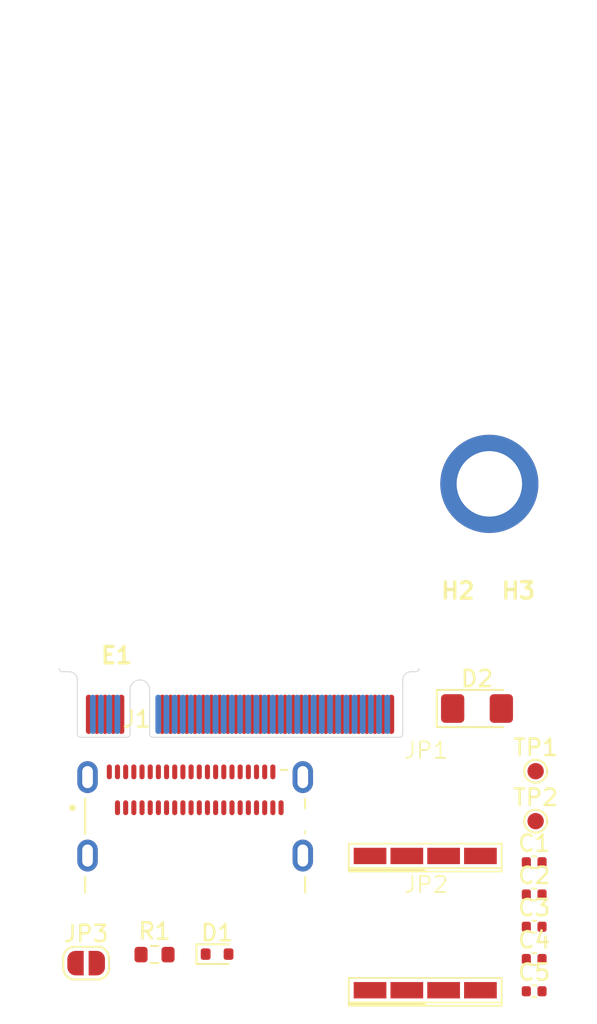
<source format=kicad_pcb>
(kicad_pcb (version 20240108) (generator "pcbnew") (generator_version "8.0")
  (layers (0 "F.Cu" signal) (31 "B.Cu" signal) (34 "B.Paste" user) (35 "F.Paste" user) (36 "B.SilkS" user "B.Silkscreen") (37 "F.SilkS" user "F.Silkscreen") (38 "B.Mask" user) (39 "F.Mask" user) (44 "Edge.Cuts" user))
  (net 0 "")
  (net 1 "+3.3V")
  (net 2 "GND")
  (net 3 "3.3V_OPT")
  (net 4 "/CLKREQ_EXT")
  (net 5 "CLKREQ")
  (net 6 "Net-(D2-A)")
  (net 8 "TX2+")
  (net 9 "TX3-")
  (net 11 "SMB+")
  (net 12 "TX0+")
  (net 14 "CLOCK+")
  (net 16 "RX1+")
  (net 17 "RX2+")
  (net 19 "SMB-")
  (net 26 "TX1-")
  (net 29 "TX2-")
  (net 31 "RX3+")
  (net 33 "PERST")
  (net 34 "RX3-")
  (net 35 "CLOCK-")
  (net 36 "RX0+")
  (net 37 "TX3+")
  (net 39 "TX0-")
  (net 40 "RX0-")
  (net 41 "PEWAKE")
  (net 43 "PEDET")
  (net 45 "RX1-")
  (net 48 "RX2-")
  (net 49 "TX1+")
  (net 53 "/PEWAKE_EXT")
  (net 54 "/PEDET_EXT")
  (footprint "Capacitor_SMD:C_0402_1005Metric" (layer "F.Cu") (at 145.72 114.02)
    (property "Reference" "C1" (at 0 -1.16 0) (layer "F.SilkS"))
    (property "Value" "100n")
    (fp_line (start -0.107836 -0.36) (end 0.107836 -0.36) (stroke (width 0.12)) (layer "F.SilkS"))
    (fp_line (start -0.107836 0.36) (end 0.107836 0.36) (stroke (width 0.12)) (layer "F.SilkS"))
    (pad "1" smd roundrect (at -0.48 0) (size 0.56 0.62) (layers "F.Cu" "F.Paste" "F.Mask") (net 1 "+3.3V"))
    (pad "2" smd roundrect (at 0.48 0) (size 0.56 0.62) (layers "F.Cu" "F.Paste" "F.Mask") (net 2 "GND"))
  )
  (footprint "LED_SMD:LED_1206_3216Metric_Pad1.42x1.75mm_HandSolder" (layer "F.Cu") (at 142.225 104.63)
    (property "Reference" "D2" (at 0 -1.82 0) (layer "F.SilkS"))
    (property "Value" "Power LED")
    (fp_line (start -2.46 -1.135) (end -2.46 1.135) (stroke (width 0.12)) (layer "F.SilkS"))
    (fp_line (start -2.46 1.135) (end 1.6 1.135) (stroke (width 0.12)) (layer "F.SilkS"))
    (fp_line (start 1.6 -1.135) (end -2.46 -1.135) (stroke (width 0.12)) (layer "F.SilkS"))
    (pad "1" smd roundrect (at -1.4875 0) (size 1.425 1.75) (layers "F.Cu" "F.Paste" "F.Mask") (roundrect_rratio 0.175439) (net 2 "GND"))
    (pad "2" smd roundrect (at 1.4875 0) (size 1.425 1.75) (layers "F.Cu" "F.Paste" "F.Mask") (roundrect_rratio 0.175439) (net 6 "Net-(D2-A)"))
  )
  (footprint "TestPoint:TestPoint_Pad_D1.0mm" (layer "F.Cu") (at 145.81 111.51)
    (property "Reference" "TP2" (at 0 -1.448 0) (layer "F.SilkS"))
    (property "Value" "TP_GND_2")
    (fp_circle (center 0 0) (end 0 0.7) (stroke (width 0.12)) (fill none) (layer "F.SilkS"))
    (pad "1" smd circle (at 0 0) (size 1 1) (layers "F.Cu" "F.Mask") (net 2 "GND"))
  )
  (footprint "custom_edge_connector:secondary_mounting_hole" (layer "F.Cu") (at 141.055 95.435)
    (property "Reference" "H2" (at 0 2 0) (layer "F.SilkS") (effects (font (thickness 0.2) (bold yes))))
    (property "Value" "MOUNT_1" (hide yes))
    (pad "" np_thru_hole circle (at 0 5) (size 2.7 2.7) (drill oval 2.7 4) (layers "F&B.Cu" "*.Mask"))
  )
  (footprint "Capacitor_SMD:C_0402_1005Metric" (layer "F.Cu") (at 145.72 117.96)
    (property "Reference" "C3" (at 0 -1.16 0) (layer "F.SilkS"))
    (property "Value" "100n")
    (fp_line (start -0.107836 -0.36) (end 0.107836 -0.36) (stroke (width 0.12)) (layer "F.SilkS"))
    (fp_line (start -0.107836 0.36) (end 0.107836 0.36) (stroke (width 0.12)) (layer "F.SilkS"))
    (pad "1" smd roundrect (at -0.48 0) (size 0.56 0.62) (layers "F.Cu" "F.Paste" "F.Mask") (net 1 "+3.3V"))
    (pad "2" smd roundrect (at 0.48 0) (size 0.56 0.62) (layers "F.Cu" "F.Paste" "F.Mask") (net 2 "GND"))
  )
  (footprint "custom_edge_connector:m2_m_key" (layer "F.Cu") (at 127.688579 87.885)
    (property "Reference" "E1" (at -7.5 13.5 0) (layer "F.SilkS") (effects (font (thickness 0.2) (bold yes))))
    (property "Value" "~")
    (fp_line (start -10.808579 14.5) (end -10.4 14.5) (stroke (width 0.05)) (layer "Edge.Cuts"))
    (fp_line (start -9.9 15) (end -9.9 18.3) (stroke (width 0.05)) (layer "Edge.Cuts"))
    (fp_line (start -6.875 18.5) (end -9.7 18.5) (stroke (width 0.05)) (layer "Edge.Cuts"))
    (fp_line (start -6.675 15.6) (end -6.675 18.3) (stroke (width 0.05)) (layer "Edge.Cuts"))
    (fp_line (start -5.475 15.6) (end -5.475001 18.300001) (stroke (width 0.05)) (layer "Edge.Cuts"))
    (fp_line (start -5.275001 18.500001) (end 9.8 18.5) (stroke (width 0.05)) (layer "Edge.Cuts"))
    (fp_line (start 10 18.3) (end 10 15) (stroke (width 0.05)) (layer "Edge.Cuts"))
    (fp_line (start 10.5 14.5) (end 10.791238 14.499999) (stroke (width 0.05)) (layer "Edge.Cuts"))
    (fp_arc (start -10.808579 14.5) (mid -10.95 14.441421) (end -11.008579 14.3) (stroke (width 0.05)) (layer "Edge.Cuts"))
    (fp_arc (start -10.4 14.5) (mid -10.046447 14.646447) (end -9.9 15) (stroke (width 0.05)) (layer "Edge.Cuts"))
    (fp_arc (start -9.7 18.5) (mid -9.841421 18.441421) (end -9.9 18.3) (stroke (width 0.05)) (layer "Edge.Cuts"))
    (fp_arc (start -6.675 15.6) (mid -6.499264 15.175736) (end -6.075 15) (stroke (width 0.05)) (layer "Edge.Cuts"))
    (fp_arc (start -6.675 18.3) (mid -6.733579 18.441421) (end -6.875 18.5) (stroke (width 0.05)) (layer "Edge.Cuts"))
    (fp_arc (start -6.075 15) (mid -5.650736 15.175736) (end -5.475 15.6) (stroke (width 0.05)) (layer "Edge.Cuts"))
    (fp_arc (start -5.275001 18.500001) (mid -5.416422 18.441422) (end -5.475001 18.300001) (stroke (width 0.05)) (layer "Edge.Cuts"))
    (fp_arc (start 10 15) (mid 10.146447 14.646447) (end 10.5 14.5) (stroke (width 0.05)) (layer "Edge.Cuts"))
    (fp_arc (start 10 18.3) (mid 9.941421 18.441421) (end 9.8 18.5) (stroke (width 0.05)) (layer "Edge.Cuts"))
    (fp_arc (start 11 14.3) (mid 10.938302 14.444558) (end 10.791238 14.499999) (stroke (width 0.05)) (layer "Edge.Cuts"))
    (pad "1" smd oval (at 9.3 17.1) (size 0.35 2.4) (layers "F.Cu") (net 2 "GND"))
    (pad "2" smd oval (at 9.05 17.1) (size 0.35 2.4) (layers "B.Cu") (net 1 "+3.3V"))
    (pad "3" smd oval (at 8.8 17.1) (size 0.35 2.4) (layers "F.Cu") (net 2 "GND"))
    (pad "4" smd oval (at 8.55 17.1) (size 0.35 2.4) (layers "B.Cu") (net 1 "+3.3V"))
    (pad "5" smd oval (at 8.3 17.1) (size 0.35 2.4) (layers "F.Cu") (net 34 "RX3-"))
    (pad "6" smd oval (at 8.05 17.1) (size 0.35 2.4) (layers "B.Cu"))
    (pad "7" smd oval (at 7.8 17.1) (size 0.35 2.4) (layers "F.Cu") (net 31 "RX3+"))
    (pad "8" smd oval (at 7.55 17.1) (size 0.35 2.4) (layers "B.Cu"))
    (pad "9" smd oval (at 7.3 17.1) (size 0.35 2.4) (layers "F.Cu") (net 2 "GND"))
    (pad "10" smd oval (at 7.05 17.1) (size 0.35 2.4) (layers "B.Cu"))
    (pad "11" smd oval (at 6.8 17.1) (size 0.35 2.4) (layers "F.Cu") (net 9 "TX3-"))
    (pad "12" smd oval (at 6.55 17.1) (size 0.35 2.4) (layers "B.Cu") (net 1 "+3.3V"))
    (pad "13" smd oval (at 6.3 17.1) (size 0.35 2.4) (layers "F.Cu") (net 37 "TX3+"))
    (pad "14" smd oval (at 6.05 17.1) (size 0.35 2.4) (layers "B.Cu") (net 1 "+3.3V"))
    (pad "15" smd oval (at 5.8 17.1) (size 0.35 2.4) (layers "F.Cu") (net 2 "GND"))
    (pad "16" smd oval (at 5.55 17.1) (size 0.35 2.4) (layers "B.Cu") (net 1 "+3.3V"))
    (pad "17" smd oval (at 5.3 17.1) (size 0.35 2.4) (layers "F.Cu") (net 48 "RX2-"))
    (pad "18" smd oval (at 5.05 17.1) (size 0.35 2.4) (layers "B.Cu") (net 1 "+3.3V"))
    (pad "19" smd oval (at 4.8 17.1) (size 0.35 2.4) (layers "F.Cu") (net 17 "RX2+"))
    (pad "20" smd oval (at 4.55 17.1) (size 0.35 2.4) (layers "B.Cu"))
    (pad "21" smd oval (at 4.3 17.1) (size 0.35 2.4) (layers "F.Cu") (net 2 "GND"))
    (pad "22" smd oval (at 4.05 17.1) (size 0.35 2.4) (layers "B.Cu"))
    (pad "23" smd oval (at 3.8 17.1) (size 0.35 2.4) (layers "F.Cu") (net 29 "TX2-"))
    (pad "24" smd oval (at 3.55 17.1) (size 0.35 2.4) (layers "B.Cu"))
    (pad "25" smd oval (at 3.3 17.1) (size 0.35 2.4) (layers "F.Cu") (net 8 "TX2+"))
    (pad "26" smd oval (at 3.05 17.1) (size 0.35 2.4) (layers "B.Cu"))
    (pad "27" smd oval (at 2.8 17.1) (size 0.35 2.4) (layers "F.Cu") (net 2 "GND"))
    (pad "28" smd oval (at 2.55 17.1) (size 0.35 2.4) (layers "B.Cu"))
    (pad "29" smd oval (at 2.3 17.1) (size 0.35 2.4) (layers "F.Cu") (net 45 "RX1-"))
    (pad "30" smd oval (at 2.05 17.1) (size 0.35 2.4) (layers "B.Cu"))
    (pad "31" smd oval (at 1.8 17.1) (size 0.35 2.4) (layers "F.Cu") (net 16 "RX1+"))
    (pad "32" smd oval (at 1.55 17.1) (size 0.35 2.4) (layers "B.Cu"))
    (pad "33" smd oval (at 1.3 17.1) (size 0.35 2.4) (layers "F.Cu") (net 2 "GND"))
    (pad "34" smd oval (at 1.05 17.1) (size 0.35 2.4) (layers "B.Cu"))
    (pad "35" smd oval (at 0.8 17.1) (size 0.35 2.4) (layers "F.Cu") (net 26 "TX1-"))
    (pad "36" smd oval (at 0.55 17.1) (size 0.35 2.4) (layers "B.Cu"))
    (pad "37" smd oval (at 0.3 17.1) (size 0.35 2.4) (layers "F.Cu") (net 49 "TX1+"))
    (pad "38" smd oval (at 0.05 17.1) (size 0.35 2.4) (layers "B.Cu"))
    (pad "39" smd oval (at -0.2 17.1) (size 0.35 2.4) (layers "F.Cu") (net 2 "GND"))
    (pad "40" smd oval (at -0.45 17.1) (size 0.35 2.4) (layers "B.Cu") (net 19 "SMB-"))
    (pad "41" smd oval (at -0.7 17.1) (size 0.35 2.4) (layers "F.Cu") (net 40 "RX0-"))
    (pad "42" smd oval (at -0.95 17.1) (size 0.35 2.4) (layers "B.Cu") (net 11 "SMB+"))
    (pad "43" smd oval (at -1.2 17.1) (size 0.35 2.4) (layers "F.Cu") (net 36 "RX0+"))
    (pad "44" smd oval (at -1.45 17.1) (size 0.35 2.4) (layers "B.Cu"))
    (pad "45" smd oval (at -1.7 17.1) (size 0.35 2.4) (layers "F.Cu") (net 2 "GND"))
    (pad "46" smd oval (at -1.95 17.1) (size 0.35 2.4) (layers "B.Cu"))
    (pad "47" smd oval (at -2.2 17.1) (size 0.35 2.4) (layers "F.Cu") (net 39 "TX0-"))
    (pad "48" smd oval (at -2.45 17.1) (size 0.35 2.4) (layers "B.Cu"))
    (pad "49" smd oval (at -2.7 17.1) (size 0.35 2.4) (layers "F.Cu") (net 12 "TX0+"))
    (pad "50" smd oval (at -2.95 17.1) (size 0.35 2.4) (layers "B.Cu") (net 33 "PERST"))
    (pad "51" smd oval (at -3.2 17.1) (size 0.35 2.4) (layers "F.Cu") (net 2 "GND"))
    (pad "52" smd oval (at -3.45 17.1) (size 0.35 2.4) (layers "B.Cu") (net 5 "CLKREQ"))
    (pad "53" smd oval (at -3.7 17.1) (size 0.35 2.4) (layers "F.Cu") (net 35 "CLOCK-"))
    (pad "54" smd oval (at -3.95 17.1) (size 0.35 2.4) (layers "B.Cu") (net 41 "PEWAKE"))
    (pad "55" smd oval (at -4.2 17.1) (size 0.35 2.4) (layers "F.Cu") (net 14 "CLOCK+"))
    (pad "56" smd oval (at -4.45 17.1) (size 0.35 2.4) (layers "B.Cu"))
    (pad "57" smd oval (at -4.7 17.1) (size 0.35 2.4) (layers "F.Cu") (net 2 "GND"))
    (pad "58" smd oval (at -4.95 17.1) (size 0.35 2.4) (layers "B.Cu"))
    (pad "67" smd oval (at -7.2 17.1) (size 0.35 2.4) (layers "F.Cu"))
    (pad "68" smd oval (at -7.45 17.1) (size 0.35 2.4) (layers "B.Cu"))
    (pad "69" smd oval (at -7.7 17.1) (size 0.35 2.4) (layers "F.Cu") (net 43 "PEDET"))
    (pad "70" smd oval (at -7.95 17.1) (size 0.35 2.4) (layers "B.Cu") (net 1 "+3.3V"))
    (pad "71" smd oval (at -8.2 17.1) (size 0.35 2.4) (layers "F.Cu") (net 2 "GND"))
    (pad "72" smd oval (at -8.45 17.1) (size 0.35 2.4) (layers "B.Cu") (net 1 "+3.3V"))
    (pad "73" smd oval (at -8.7 17.1) (size 0.35 2.4) (layers "F.Cu") (net 2 "GND"))
    (pad "74" smd oval (at -8.95 17.1) (size 0.35 2.4) (layers "B.Cu") (net 1 "+3.3V"))
    (pad "75" smd oval (at -9.2 17.1) (size 0.35 2.4) (layers "F.Cu") (net 2 "GND"))
  )
  (footprint "Capacitor_SMD:C_0402_1005Metric" (layer "F.Cu") (at 145.72 115.99)
    (property "Reference" "C2" (at 0 -1.16 0) (layer "F.SilkS"))
    (property "Value" "100n")
    (fp_line (start -0.107836 -0.36) (end 0.107836 -0.36) (stroke (width 0.12)) (layer "F.SilkS"))
    (fp_line (start -0.107836 0.36) (end 0.107836 0.36) (stroke (width 0.12)) (layer "F.SilkS"))
    (pad "1" smd roundrect (at -0.48 0) (size 0.56 0.62) (layers "F.Cu" "F.Paste" "F.Mask") (net 1 "+3.3V"))
    (pad "2" smd roundrect (at 0.48 0) (size 0.56 0.62) (layers "F.Cu" "F.Paste" "F.Mask") (net 2 "GND"))
  )
  (footprint "amphenol_oculink:AMPHENOL_G14A42121B12HR" (layer "F.Cu") (at 124.995 111.41)
    (property "Reference" "J1" (at -3.575 -6.135 0) (layer "F.SilkS"))
    (property "Value" "G14A42121B12HR")
    (fp_line (start -6.725 0.88) (end -6.725 -1.26) (stroke (width 0.127)) (layer "F.SilkS"))
    (fp_line (start -6.725 4.46) (end -6.725 3.52) (stroke (width 0.127)) (layer "F.SilkS"))
    (fp_line (start 5.225 -3.03) (end 5.625 -3.03) (stroke (width 0.127)) (layer "F.SilkS"))
    (fp_line (start 6.725 -0.695) (end 6.725 -1.26) (stroke (width 0.127)) (layer "F.SilkS"))
    (fp_line (start 6.725 0.725) (end 6.725 0.845) (stroke (width 0.127)) (layer "F.SilkS"))
    (fp_line (start 6.725 4.46) (end 6.725 3.52) (stroke (width 0.127)) (layer "F.SilkS"))
    (fp_circle (center -7.5 -0.72) (end -7.4 -0.72) (stroke (width 0.2)) (fill none) (layer "F.SilkS"))
    (pad "" np_thru_hole circle (at -5.41 0) (size 1 1) (drill 1) (layers "*.Cu" "*.Mask"))
    (pad "" np_thru_hole circle (at 5.94 0) (size 1 1) (drill 1) (layers "*.Cu" "*.Mask"))
    (pad "A1" smd oval (at -4.75 -0.72) (size 0.31 0.91) (layers "F.Cu" "F.Paste"))
    (pad "A2" smd oval (at -4.25 -0.72) (size 0.31 0.91) (layers "F.Cu" "F.Paste") (net 2 "GND"))
    (pad "A3" smd oval (at -3.75 -0.72) (size 0.31 0.91) (layers "F.Cu" "F.Paste") (net 36 "RX0+"))
    (pad "A4" smd oval (at -3.25 -0.72) (size 0.31 0.91) (layers "F.Cu" "F.Paste") (net 40 "RX0-"))
    (pad "A5" smd oval (at -2.75 -0.72) (size 0.31 0.91) (layers "F.Cu" "F.Paste") (net 2 "GND"))
    (pad "A6" smd oval (at -2.25 -0.72) (size 0.31 0.91) (layers "F.Cu" "F.Paste") (net 16 "RX1+"))
    (pad "A7" smd oval (at -1.75 -0.72) (size 0.31 0.91) (layers "F.Cu" "F.Paste") (net 45 "RX1-"))
    (pad "A8" smd oval (at -1.25 -0.72) (size 0.31 0.91) (layers "F.Cu" "F.Paste") (net 2 "GND"))
    (pad "A9" smd oval (at -0.75 -0.72) (size 0.31 0.91) (layers "F.Cu" "F.Paste") (net 54 "/PEDET_EXT"))
    (pad "A10" smd oval (at -0.25 -0.72) (size 0.31 0.91) (layers "F.Cu" "F.Paste") (net 53 "/PEWAKE_EXT"))
    (pad "A11" smd oval (at 0.25 -0.72) (size 0.31 0.91) (layers "F.Cu" "F.Paste") (net 2 "GND"))
    (pad "A12" smd oval (at 0.75 -0.72) (size 0.31 0.91) (layers "F.Cu" "F.Paste") (net 14 "CLOCK+"))
    (pad "A13" smd oval (at 1.25 -0.72) (size 0.31 0.91) (layers "F.Cu" "F.Paste") (net 35 "CLOCK-"))
    (pad "A14" smd oval (at 1.75 -0.72) (size 0.31 0.91) (layers "F.Cu" "F.Paste") (net 2 "GND"))
    (pad "A15" smd oval (at 2.25 -0.72) (size 0.31 0.91) (layers "F.Cu" "F.Paste") (net 17 "RX2+"))
    (pad "A16" smd oval (at 2.75 -0.72) (size 0.31 0.91) (layers "F.Cu" "F.Paste") (net 48 "RX2-"))
    (pad "A17" smd oval (at 3.25 -0.72) (size 0.31 0.91) (layers "F.Cu" "F.Paste") (net 2 "GND"))
    (pad "A18" smd oval (at 3.75 -0.72) (size 0.31 0.91) (layers "F.Cu" "F.Paste") (net 31 "RX3+"))
    (pad "A19" smd oval (at 4.25 -0.72) (size 0.31 0.91) (layers "F.Cu" "F.Paste") (net 34 "RX3-"))
    (pad "A20" smd oval (at 4.75 -0.72) (size 0.31 0.91) (layers "F.Cu" "F.Paste") (net 2 "GND"))
    (pad "A21" smd oval (at 5.25 -0.72) (size 0.31 0.91) (layers "F.Cu" "F.Paste"))
    (pad "B1" smd oval (at -5.25 -2.91) (size 0.31 0.91) (layers "F.Cu" "F.Paste"))
    (pad "B2" smd oval (at -4.75 -2.91) (size 0.31 0.91) (layers "F.Cu" "F.Paste") (net 2 "GND"))
    (pad "B3" smd oval (at -4.25 -2.91) (size 0.31 0.91) (layers "F.Cu" "F.Paste") (net 12 "TX0+"))
    (pad "B4" smd oval (at -3.75 -2.91) (size 0.31 0.91) (layers "F.Cu" "F.Paste") (net 39 "TX0-"))
    (pad "B5" smd oval (at -3.25 -2.91) (size 0.31 0.91) (layers "F.Cu" "F.Paste") (net 2 "GND"))
    (pad "B6" smd oval (at -2.75 -2.91) (size 0.31 0.91) (layers "F.Cu" "F.Paste") (net 49 "TX1+"))
    (pad "B7" smd oval (at -2.25 -2.91) (size 0.31 0.91) (layers "F.Cu" "F.Paste") (net 26 "TX1-"))
    (pad "B8" smd oval (at -1.75 -2.91) (size 0.31 0.91) (layers "F.Cu" "F.Paste") (net 2 "GND"))
    (pad "B9" smd oval (at -1.25 -2.91) (size 0.31 0.91) (layers "F.Cu" "F.Paste") (net 19 "SMB-"))
    (pad "B10" smd oval (at -0.75 -2.91) (size 0.31 0.91) (layers "F.Cu" "F.Paste") (net 11 "SMB+"))
    (pad "B11" smd oval (at -0.25 -2.91) (size 0.31 0.91) (layers "F.Cu" "F.Paste") (net 2 "GND"))
    (pad "B12" smd oval (at 0.25 -2.91) (size 0.31 0.91) (layers "F.Cu" "F.Paste") (net 33 "PERST"))
    (pad "B13" smd oval (at 0.75 -2.91) (size 0.31 0.91) (layers "F.Cu" "F.Paste") (net 4 "/CLKREQ_EXT"))
    (pad "B14" smd oval (at 1.25 -2.91) (size 0.31 0.91) (layers "F.Cu" "F.Paste") (net 2 "GND"))
    (pad "B15" smd oval (at 1.75 -2.91) (size 0.31 0.91) (layers "F.Cu" "F.Paste") (net 8 "TX2+"))
    (pad "B16" smd oval (at 2.25 -2.91) (size 0.31 0.91) (layers "F.Cu" "F.Paste") (net 29 "TX2-"))
    (pad "B17" smd oval (at 2.75 -2.91) (size 0.31 0.91) (layers "F.Cu" "F.Paste") (net 2 "GND"))
    (pad "B18" smd oval (at 3.25 -2.91) (size 0.31 0.91) (layers "F.Cu" "F.Paste") (net 37 "TX3+"))
    (pad "B19" smd oval (at 3.75 -2.91) (size 0.31 0.91) (layers "F.Cu" "F.Paste") (net 9 "TX3-"))
    (pad "B20" smd oval (at 4.25 -2.91) (size 0.31 0.91) (layers "F.Cu" "F.Paste") (net 2 "GND"))
    (pad "B21" smd oval (at 4.75 -2.91) (size 0.31 0.91) (layers "F.Cu" "F.Paste") (net 3 "3.3V_OPT"))
    (pad "SH1" thru_hole oval (at -6.58 -2.59) (size 1.25 1.95) (drill oval 0.65 1.35) (layers "*.Cu" "*.Mask") (net 2 "GND"))
    (pad "SH2" thru_hole oval (at 6.58 -2.59) (size 1.25 1.95) (drill oval 0.65 1.35) (layers "*.Cu" "*.Mask") (net 2 "GND"))
    (pad "SH3" thru_hole oval (at -6.58 2.2) (size 1.25 1.95) (drill oval 0.65 1.35) (layers "*.Cu" "*.Mask") (net 2 "GND"))
    (pad "SH4" thru_hole oval (at 6.58 2.2) (size 1.25 1.95) (drill oval 0.65 1.35) (layers "*.Cu" "*.Mask") (net 2 "GND"))
  )
  (footprint "custom_edge_connector:secondary_mounting_hole" (layer "F.Cu") (at 144.755 95.435)
    (property "Reference" "H3" (at 0 2 0) (layer "F.SilkS") (effects (font (thickness 0.2) (bold yes))))
    (property "Value" "MOUNT_2" (hide yes))
    (pad "" np_thru_hole circle (at 0 5) (size 2.7 2.7) (drill oval 2.7 4) (layers "F&B.Cu" "*.Mask"))
  )
  (footprint "Diode_SMD:D_SOD-523" (layer "F.Cu") (at 126.335 119.63)
    (property "Reference" "D1" (at 0 -1.3 0) (layer "F.SilkS"))
    (property "Value" "D_Schottky")
    (fp_line (start -1.26 -0.6) (end -1.26 0.6) (stroke (width 0.12)) (layer "F.SilkS"))
    (fp_line (start 0.7 -0.6) (end -1.26 -0.6) (stroke (width 0.12)) (layer "F.SilkS"))
    (fp_line (start 0.7 0.6) (end -1.26 0.6) (stroke (width 0.12)) (layer "F.SilkS"))
    (pad "1" smd roundrect (at -0.7 0 180) (size 0.6 0.7) (layers "F.Cu" "F.Paste" "F.Mask") (net 4 "/CLKREQ_EXT"))
    (pad "2" smd roundrect (at 0.7 0 180) (size 0.6 0.7) (layers "F.Cu" "F.Paste" "F.Mask") (net 5 "CLKREQ"))
  )
  (footprint "Resistor_SMD:R_0603_1608Metric" (layer "F.Cu") (at 122.51 119.66)
    (property "Reference" "R1" (at 0 -1.43 0) (layer "F.SilkS"))
    (property "Value" "100")
    (fp_line (start -0.237258 -0.5225) (end 0.237258 -0.5225) (stroke (width 0.12)) (layer "F.SilkS"))
    (fp_line (start -0.237258 0.5225) (end 0.237258 0.5225) (stroke (width 0.12)) (layer "F.SilkS"))
    (pad "1" smd roundrect (at -0.825 0) (size 0.8 0.95) (layers "F.Cu" "F.Paste" "F.Mask") (net 3 "3.3V_OPT"))
    (pad "2" smd roundrect (at 0.825 0) (size 0.8 0.95) (layers "F.Cu" "F.Paste" "F.Mask") (net 6 "Net-(D2-A)"))
  )
  (footprint "custom_edge_connector:3pin_4state_jumper" (layer "F.Cu") (at 139.11 107.685)
    (property "Reference" "JP1" (at 0 -0.5 0) (layer "F.SilkS") (effects (font (thickness 0.1))))
    (property "Value" "JMP_PEDET")
    (fp_rect (start -4.725 5.2) (end 4.625 6.7) (stroke (width 0.1)) (fill none) (layer "F.SilkS"))
    (fp_rect (start -4.725 6.7) (end -0.075 6.9) (stroke (width 0.1)) (fill solid) (layer "F.SilkS"))
    (fp_rect (start -0.075 6.7) (end 4.625 6.9) (stroke (width 0.1)) (fill none) (layer "F.SilkS"))
    (pad "1" smd rect (at -1.175 5.95) (size 2 1) (layers "F.Cu" "F.Paste" "F.Mask") (net 43 "PEDET"))
    (pad "2" smd rect (at -3.425 5.95) (size 2 1) (layers "F.Cu" "F.Paste" "F.Mask") (net 2 "GND"))
    (pad "2" smd rect (at 3.325 5.95) (size 2 1) (layers "F.Cu" "F.Paste" "F.Mask") (net 2 "GND"))
    (pad "3" smd rect (at 1.075 5.95) (size 2 1) (layers "F.Cu" "F.Paste" "F.Mask") (net 54 "/PEDET_EXT"))
  )
  (footprint "Jumper:SolderJumper-2_P1.3mm_Open_RoundedPad1.0x1.5mm" (layer "F.Cu") (at 118.33 120.18)
    (property "Reference" "JP3" (at 0 -1.8 0) (layer "F.SilkS"))
    (property "Value" "JMP_3.3V_EXT")
    (fp_line (start -1.4 0.3) (end -1.4 -0.3) (stroke (width 0.12)) (layer "F.SilkS"))
    (fp_line (start -0.7 -1) (end 0.7 -1) (stroke (width 0.12)) (layer "F.SilkS"))
    (fp_line (start 0.7 1) (end -0.7 1) (stroke (width 0.12)) (layer "F.SilkS"))
    (fp_line (start 1.4 -0.3) (end 1.4 0.3) (stroke (width 0.12)) (layer "F.SilkS"))
    (fp_arc (start -1.4 -0.3) (mid -1.194975 -0.794975) (end -0.7 -1) (stroke (width 0.12)) (layer "F.SilkS"))
    (fp_arc (start -0.7 1) (mid -1.194975 0.794975) (end -1.4 0.3) (stroke (width 0.12)) (layer "F.SilkS"))
    (fp_arc (start 0.7 -1) (mid 1.194975 -0.794975) (end 1.4 -0.3) (stroke (width 0.12)) (layer "F.SilkS"))
    (fp_arc (start 1.4 0.3) (mid 1.194975 0.794975) (end 0.7 1) (stroke (width 0.12)) (layer "F.SilkS"))
    (pad "1" smd custom (at -0.65 0) (size 1 0.5) (layers "F.Cu" "F.Mask") (net 1 "+3.3V") (options (clearance outline) (anchor rect)) (primitives (gr_circle (center 0 0.25) (end 0.5 0.25) (width 0) (fill yes)) (gr_circle (center 0 -0.25) (end 0.5 -0.25) (width 0) (fill yes)) (gr_poly (pts (xy 0.5 0.75) (xy 0 0.75) (xy 0 -0.75) (xy 0.5 -0.75)) (width 0) (fill yes))))
    (pad "2" smd custom (at 0.65 0) (size 1 0.5) (layers "F.Cu" "F.Mask") (net 3 "3.3V_OPT") (options (clearance outline) (anchor rect)) (primitives (gr_circle (center 0 0.25) (end 0.5 0.25) (width 0) (fill yes)) (gr_circle (center 0 -0.25) (end 0.5 -0.25) (width 0) (fill yes)) (gr_poly (pts (xy 0 0.75) (xy -0.5 0.75) (xy -0.5 -0.75) (xy 0 -0.75)) (width 0) (fill yes))))
  )
  (footprint "Capacitor_SMD:C_0402_1005Metric" (layer "F.Cu") (at 145.72 119.93)
    (property "Reference" "C4" (at 0 -1.16 0) (layer "F.SilkS"))
    (property "Value" "100n")
    (fp_line (start -0.107836 -0.36) (end 0.107836 -0.36) (stroke (width 0.12)) (layer "F.SilkS"))
    (fp_line (start -0.107836 0.36) (end 0.107836 0.36) (stroke (width 0.12)) (layer "F.SilkS"))
    (pad "1" smd roundrect (at -0.48 0) (size 0.56 0.62) (layers "F.Cu" "F.Paste" "F.Mask") (net 1 "+3.3V"))
    (pad "2" smd roundrect (at 0.48 0) (size 0.56 0.62) (layers "F.Cu" "F.Paste" "F.Mask") (net 2 "GND"))
  )
  (footprint "custom_edge_connector:3pin_4state_jumper" (layer "F.Cu") (at 139.11 115.885)
    (property "Reference" "JP2" (at 0 -0.5 0) (layer "F.SilkS") (effects (font (thickness 0.1))))
    (property "Value" "JMP_PEWAKE")
    (fp_rect (start -4.725 5.2) (end 4.625 6.7) (stroke (width 0.1)) (fill none) (layer "F.SilkS"))
    (fp_rect (start -4.725 6.7) (end -0.075 6.9) (stroke (width 0.1)) (fill solid) (layer "F.SilkS"))
    (fp_rect (start -0.075 6.7) (end 4.625 6.9) (stroke (width 0.1)) (fill none) (layer "F.SilkS"))
    (pad "1" smd rect (at -1.175 5.95) (size 2 1) (layers "F.Cu" "F.Paste" "F.Mask") (net 41 "PEWAKE"))
    (pad "2" smd rect (at -3.425 5.95) (size 2 1) (layers "F.Cu" "F.Paste" "F.Mask") (net 2 "GND"))
    (pad "2" smd rect (at 3.325 5.95) (size 2 1) (layers "F.Cu" "F.Paste" "F.Mask") (net 2 "GND"))
    (pad "3" smd rect (at 1.075 5.95) (size 2 1) (layers "F.Cu" "F.Paste" "F.Mask") (net 53 "/PEWAKE_EXT"))
  )
  (footprint "custom_edge_connector:m2_ground_hole" (layer "F.Cu") (at 142.98 90.91)
    (property "Reference" "H1" (hide yes))
    (property "Value" "M2_MOUNT" (hide yes))
    (pad "1" thru_hole circle (at 0 0) (size 6 6) (drill 4) (layers "*.Cu" "*.Mask") (net 2 "GND"))
  )
  (footprint "Capacitor_SMD:C_0402_1005Metric" (layer "F.Cu") (at 145.72 121.9)
    (property "Reference" "C5" (at 0 -1.16 0) (layer "F.SilkS"))
    (property "Value" "100n")
    (fp_line (start -0.107836 -0.36) (end 0.107836 -0.36) (stroke (width 0.12)) (layer "F.SilkS"))
    (fp_line (start -0.107836 0.36) (end 0.107836 0.36) (stroke (width 0.12)) (layer "F.SilkS"))
    (pad "1" smd roundrect (at -0.48 0) (size 0.56 0.62) (layers "F.Cu" "F.Paste" "F.Mask") (net 3 "3.3V_OPT"))
    (pad "2" smd roundrect (at 0.48 0) (size 0.56 0.62) (layers "F.Cu" "F.Paste" "F.Mask") (net 2 "GND"))
  )
  (footprint "TestPoint:TestPoint_Pad_D1.0mm" (layer "F.Cu") (at 145.81 108.46)
    (property "Reference" "TP1" (at 0 -1.448 0) (layer "F.SilkS"))
    (property "Value" "TP_GND_1")
    (fp_circle (center 0 0) (end 0 0.7) (stroke (width 0.12)) (fill none) (layer "F.SilkS"))
    (pad "1" smd circle (at 0 0) (size 1 1) (layers "F.Cu" "F.Mask") (net 2 "GND"))
  )
)
</source>
